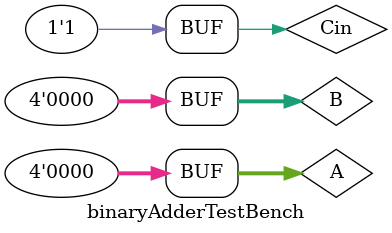
<source format=v>
module binaryAdderTestBench;
  
  reg[3:0] A,  B;
  reg Cin;
  
  wire[3:0] S;
  wire Cout;
  
  binaryAdderUsingFullAdder b1(A, B, Cin, S, Cout);
  
  initial
  begin
    for(A = 0; A < 16; A = A + 1)
    begin
      for(B = 0; B < 16; B = B + 1)
      begin
        #00 Cin = 1'b0;
        #50 Cin = 1'b1;
        #50 ;
      end
    end
  end
endmodule
  
  

</source>
